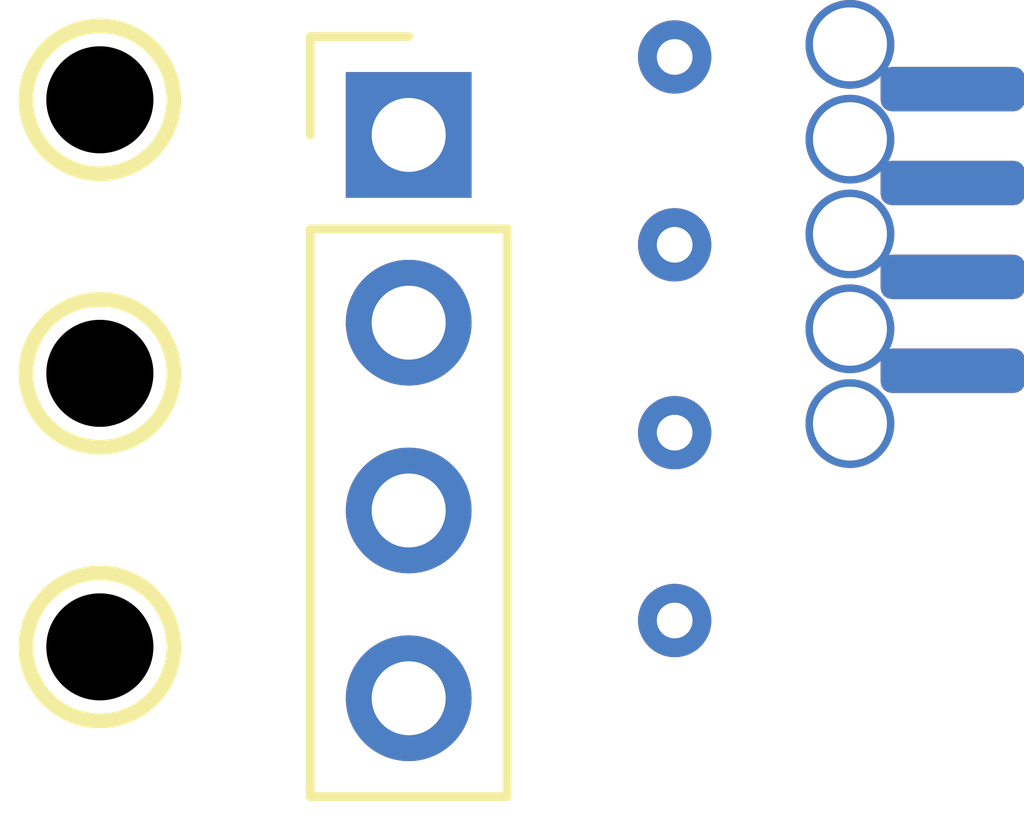
<source format=kicad_pcb>
(kicad_pcb (version 20240108) (generator "pcbnew") (generator_version "8.0")
  (layers (0 "F.Cu" signal) (31 "B.Cu" signal) (34 "B.Paste" user) (35 "F.Paste" user) (36 "B.SilkS" user "B.Silkscreen") (37 "F.SilkS" user "F.Silkscreen") (38 "B.Mask" user) (39 "F.Mask" user) (44 "Edge.Cuts" user))
  (net 0 "")
  (net 1 "VCC")
  (net 2 "GND")
  (net 3 "/Serial")
  (net 4 "/UPDI")
  (footprint "JSK:MILL-MAX_0985-0-15-20-71-14-11-0" (layer "F.Cu") (at 122.9505 61.6965)
    (property "Reference" "J1002" (hide yes))
    (property "Value" "0985-0-15-20-71-14-11-0" (hide yes))
    (pad "1" thru_hole circle (at 0 0) (size 0.991 0.991) (drill 0.483) (layers "*.Cu" "*.Mask") (net 2 "GND"))
  )
  (footprint "Connector_PinHeader_2.54mm:PinHeader_1x04_P2.54mm_Vertical" (layer "F.Cu") (at 119.355 60.21)
    (property "Reference" "J1006" (hide yes))
    (property "Value" "Conn_01x04" (hide yes))
    (fp_line (start -1.33 -1.33) (end 0 -1.33) (stroke (width 0.12)) (layer "F.SilkS"))
    (fp_line (start -1.33 0) (end -1.33 -1.33) (stroke (width 0.12)) (layer "F.SilkS"))
    (fp_line (start -1.33 1.27) (end -1.33 8.95) (stroke (width 0.12)) (layer "F.SilkS"))
    (fp_line (start -1.33 1.27) (end 1.33 1.27) (stroke (width 0.12)) (layer "F.SilkS"))
    (fp_line (start -1.33 8.95) (end 1.33 8.95) (stroke (width 0.12)) (layer "F.SilkS"))
    (fp_line (start 1.33 1.27) (end 1.33 8.95) (stroke (width 0.12)) (layer "F.SilkS"))
    (pad "1" thru_hole rect (at 0 0) (size 1.7 1.7) (drill 1) (layers "*.Cu" "*.Mask") (net 1 "VCC"))
    (pad "2" thru_hole oval (at 0 2.54) (size 1.7 1.7) (drill 1) (layers "*.Cu" "*.Mask") (net 2 "GND"))
    (pad "3" thru_hole oval (at 0 5.08) (size 1.7 1.7) (drill 1) (layers "*.Cu" "*.Mask") (net 3 "/Serial"))
    (pad "4" thru_hole oval (at 0 7.62) (size 1.7 1.7) (drill 1) (layers "*.Cu" "*.Mask") (net 4 "/UPDI"))
  )
  (footprint "JSK:6218-0-00-15-00-00-03-0" (layer "F.Cu") (at 115.18 67.135)
    (property "Reference" "U1003" (hide yes))
    (property "Value" "~" (hide yes))
    (fp_circle (center 0 0) (end 1 0) (stroke (width 0.2)) (fill none) (layer "F.SilkS"))
    (pad "" np_thru_hole circle (at 0 0) (size 1.648 1.648) (drill 1.448) (layers "*.Mask"))
  )
  (footprint "JSK:MILL-MAX_0985-0-15-20-71-14-11-0" (layer "F.Cu") (at 122.9505 64.2375)
    (property "Reference" "J1003" (hide yes))
    (property "Value" "0985-0-15-20-71-14-11-0" (hide yes))
    (pad "1" thru_hole circle (at 0 0) (size 0.991 0.991) (drill 0.483) (layers "*.Cu" "*.Mask") (net 3 "/Serial"))
  )
  (footprint "JSK:6218-0-00-15-00-00-03-0" (layer "F.Cu") (at 115.18 59.735)
    (property "Reference" "U1001" (hide yes))
    (property "Value" "~" (hide yes))
    (fp_circle (center 0 0) (end 1 0) (stroke (width 0.2)) (fill none) (layer "F.SilkS"))
    (pad "" np_thru_hole circle (at 0 0) (size 1.648 1.648) (drill 1.448) (layers "*.Mask"))
  )
  (footprint "JSK:MILL-MAX_0985-0-15-20-71-14-11-0" (layer "F.Cu") (at 122.9505 59.1555)
    (property "Reference" "J1001" (hide yes))
    (property "Value" "0985-0-15-20-71-14-11-0" (hide yes))
    (pad "1" thru_hole circle (at 0 0) (size 0.991 0.991) (drill 0.483) (layers "*.Cu" "*.Mask") (net 1 "VCC"))
  )
  (footprint "JSK:6218-0-00-15-00-00-03-0" (layer "F.Cu") (at 115.18 63.435)
    (property "Reference" "U1002" (hide yes))
    (property "Value" "~" (hide yes))
    (fp_circle (center 0 0) (end 1 0) (stroke (width 0.2)) (fill none) (layer "F.SilkS"))
    (pad "" np_thru_hole circle (at 0 0) (size 1.648 1.648) (drill 1.448) (layers "*.Mask"))
  )
  (footprint "JSK:8-pin-clip" (layer "F.Cu") (at 126.71 61.495)
    (property "Reference" "J1005" (hide yes))
    (property "Value" "~" (hide yes))
    (pad "" np_thru_hole circle (at -1.39 -2.51) (size 1.2 1.2) (drill 1) (layers "F&B.Cu"))
    (pad "" np_thru_hole circle (at -1.39 -1.2275) (size 1.2 1.2) (drill 1) (layers "F&B.Cu"))
    (pad "" np_thru_hole circle (at -1.39 0.055) (size 1.2 1.2) (drill 1) (layers "F&B.Cu"))
    (pad "" np_thru_hole circle (at -1.39 1.3375) (size 1.2 1.2) (drill 1) (layers "F&B.Cu"))
    (pad "" np_thru_hole circle (at -1.39 2.62) (size 1.2 1.2) (drill 1) (layers "F&B.Cu"))
    (pad "1" smd roundrect (at 0 -1.905) (size 1.95 0.6) (layers "F.Cu" "F.Paste" "F.Mask") (net 1 "VCC"))
    (pad "2" smd roundrect (at 0 -0.635) (size 1.95 0.6) (layers "F.Cu" "F.Paste" "F.Mask") (net 2 "GND"))
    (pad "3" smd roundrect (at 0 0.635) (size 1.95 0.6) (layers "F.Cu" "F.Paste" "F.Mask") (net 3 "/Serial"))
    (pad "4" smd roundrect (at 0 1.905) (size 1.95 0.6) (layers "F.Cu" "F.Paste" "F.Mask") (net 4 "/UPDI"))
    (pad "5" smd roundrect (at 0 1.905) (size 1.95 0.6) (layers "B.Cu" "B.Paste" "B.Mask") (net 4 "/UPDI"))
    (pad "6" smd roundrect (at 0 0.635) (size 1.95 0.6) (layers "B.Cu" "B.Paste" "B.Mask") (net 3 "/Serial"))
    (pad "7" smd roundrect (at 0 -0.635) (size 1.95 0.6) (layers "B.Cu" "B.Paste" "B.Mask") (net 2 "GND"))
    (pad "8" smd roundrect (at 0 -1.905) (size 1.95 0.6) (layers "B.Cu" "B.Paste" "B.Mask") (net 1 "VCC"))
  )
  (footprint "JSK:MILL-MAX_0985-0-15-20-71-14-11-0" (layer "F.Cu") (at 122.9505 66.7785)
    (property "Reference" "J1004" (hide yes))
    (property "Value" "0985-0-15-20-71-14-11-0" (hide yes))
    (pad "1" thru_hole circle (at 0 0) (size 0.991 0.991) (drill 0.483) (layers "*.Cu" "*.Mask") (net 4 "/UPDI"))
  )
)
</source>
